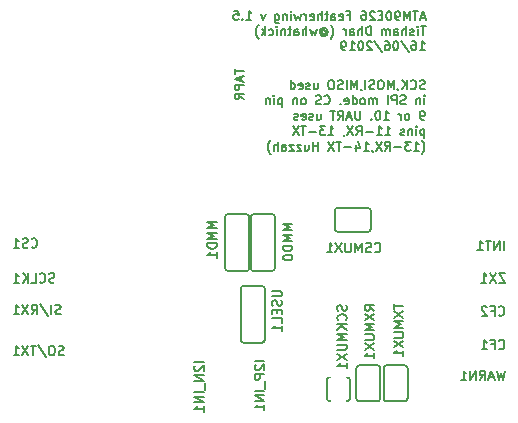
<source format=gbo>
G04 #@! TF.GenerationSoftware,KiCad,Pcbnew,(2018-02-15 revision 29b28de31)-makepkg*
G04 #@! TF.CreationDate,2019-09-05T06:32:13+03:00*
G04 #@! TF.ProjectId,ATM90E26_Featherwing,41544D39304532365F46656174686572,rev?*
G04 #@! TF.SameCoordinates,Original*
G04 #@! TF.FileFunction,Legend,Bot*
G04 #@! TF.FilePolarity,Positive*
%FSLAX46Y46*%
G04 Gerber Fmt 4.6, Leading zero omitted, Abs format (unit mm)*
G04 Created by KiCad (PCBNEW (2018-02-15 revision 29b28de31)-makepkg) date 09/05/19 06:32:13*
%MOMM*%
%LPD*%
G01*
G04 APERTURE LIST*
%ADD10C,0.160000*%
%ADD11C,0.152400*%
%ADD12C,0.203200*%
%ADD13C,0.200000*%
G04 APERTURE END LIST*
D10*
X162572762Y-88875266D02*
X162210857Y-88875266D01*
X162645143Y-89092409D02*
X162391809Y-88332409D01*
X162138476Y-89092409D01*
X161993714Y-88332409D02*
X161559428Y-88332409D01*
X161776571Y-89092409D02*
X161776571Y-88332409D01*
X161306095Y-89092409D02*
X161306095Y-88332409D01*
X161052762Y-88875266D01*
X160799428Y-88332409D01*
X160799428Y-89092409D01*
X160401333Y-89092409D02*
X160256571Y-89092409D01*
X160184190Y-89056219D01*
X160148000Y-89020028D01*
X160075619Y-88911457D01*
X160039428Y-88766695D01*
X160039428Y-88477171D01*
X160075619Y-88404790D01*
X160111809Y-88368600D01*
X160184190Y-88332409D01*
X160328952Y-88332409D01*
X160401333Y-88368600D01*
X160437524Y-88404790D01*
X160473714Y-88477171D01*
X160473714Y-88658123D01*
X160437524Y-88730504D01*
X160401333Y-88766695D01*
X160328952Y-88802885D01*
X160184190Y-88802885D01*
X160111809Y-88766695D01*
X160075619Y-88730504D01*
X160039428Y-88658123D01*
X159568952Y-88332409D02*
X159496571Y-88332409D01*
X159424190Y-88368600D01*
X159388000Y-88404790D01*
X159351809Y-88477171D01*
X159315619Y-88621933D01*
X159315619Y-88802885D01*
X159351809Y-88947647D01*
X159388000Y-89020028D01*
X159424190Y-89056219D01*
X159496571Y-89092409D01*
X159568952Y-89092409D01*
X159641333Y-89056219D01*
X159677524Y-89020028D01*
X159713714Y-88947647D01*
X159749904Y-88802885D01*
X159749904Y-88621933D01*
X159713714Y-88477171D01*
X159677524Y-88404790D01*
X159641333Y-88368600D01*
X159568952Y-88332409D01*
X158989904Y-88694314D02*
X158736571Y-88694314D01*
X158628000Y-89092409D02*
X158989904Y-89092409D01*
X158989904Y-88332409D01*
X158628000Y-88332409D01*
X158338476Y-88404790D02*
X158302285Y-88368600D01*
X158229904Y-88332409D01*
X158048952Y-88332409D01*
X157976571Y-88368600D01*
X157940381Y-88404790D01*
X157904190Y-88477171D01*
X157904190Y-88549552D01*
X157940381Y-88658123D01*
X158374666Y-89092409D01*
X157904190Y-89092409D01*
X157252762Y-88332409D02*
X157397524Y-88332409D01*
X157469904Y-88368600D01*
X157506095Y-88404790D01*
X157578476Y-88513361D01*
X157614666Y-88658123D01*
X157614666Y-88947647D01*
X157578476Y-89020028D01*
X157542285Y-89056219D01*
X157469904Y-89092409D01*
X157325143Y-89092409D01*
X157252762Y-89056219D01*
X157216571Y-89020028D01*
X157180381Y-88947647D01*
X157180381Y-88766695D01*
X157216571Y-88694314D01*
X157252762Y-88658123D01*
X157325143Y-88621933D01*
X157469904Y-88621933D01*
X157542285Y-88658123D01*
X157578476Y-88694314D01*
X157614666Y-88766695D01*
X156022285Y-88694314D02*
X156275619Y-88694314D01*
X156275619Y-89092409D02*
X156275619Y-88332409D01*
X155913714Y-88332409D01*
X155334666Y-89056219D02*
X155407047Y-89092409D01*
X155551809Y-89092409D01*
X155624190Y-89056219D01*
X155660381Y-88983838D01*
X155660381Y-88694314D01*
X155624190Y-88621933D01*
X155551809Y-88585742D01*
X155407047Y-88585742D01*
X155334666Y-88621933D01*
X155298476Y-88694314D01*
X155298476Y-88766695D01*
X155660381Y-88839076D01*
X154647047Y-89092409D02*
X154647047Y-88694314D01*
X154683238Y-88621933D01*
X154755619Y-88585742D01*
X154900381Y-88585742D01*
X154972762Y-88621933D01*
X154647047Y-89056219D02*
X154719428Y-89092409D01*
X154900381Y-89092409D01*
X154972762Y-89056219D01*
X155008952Y-88983838D01*
X155008952Y-88911457D01*
X154972762Y-88839076D01*
X154900381Y-88802885D01*
X154719428Y-88802885D01*
X154647047Y-88766695D01*
X154393714Y-88585742D02*
X154104190Y-88585742D01*
X154285143Y-88332409D02*
X154285143Y-88983838D01*
X154248952Y-89056219D01*
X154176571Y-89092409D01*
X154104190Y-89092409D01*
X153850857Y-89092409D02*
X153850857Y-88332409D01*
X153525143Y-89092409D02*
X153525143Y-88694314D01*
X153561333Y-88621933D01*
X153633714Y-88585742D01*
X153742285Y-88585742D01*
X153814666Y-88621933D01*
X153850857Y-88658123D01*
X152873714Y-89056219D02*
X152946095Y-89092409D01*
X153090857Y-89092409D01*
X153163238Y-89056219D01*
X153199428Y-88983838D01*
X153199428Y-88694314D01*
X153163238Y-88621933D01*
X153090857Y-88585742D01*
X152946095Y-88585742D01*
X152873714Y-88621933D01*
X152837524Y-88694314D01*
X152837524Y-88766695D01*
X153199428Y-88839076D01*
X152511809Y-89092409D02*
X152511809Y-88585742D01*
X152511809Y-88730504D02*
X152475619Y-88658123D01*
X152439428Y-88621933D01*
X152367047Y-88585742D01*
X152294666Y-88585742D01*
X152113714Y-88585742D02*
X151968952Y-89092409D01*
X151824190Y-88730504D01*
X151679428Y-89092409D01*
X151534666Y-88585742D01*
X151245143Y-89092409D02*
X151245143Y-88585742D01*
X151245143Y-88332409D02*
X151281333Y-88368600D01*
X151245143Y-88404790D01*
X151208952Y-88368600D01*
X151245143Y-88332409D01*
X151245143Y-88404790D01*
X150883238Y-88585742D02*
X150883238Y-89092409D01*
X150883238Y-88658123D02*
X150847047Y-88621933D01*
X150774666Y-88585742D01*
X150666095Y-88585742D01*
X150593714Y-88621933D01*
X150557524Y-88694314D01*
X150557524Y-89092409D01*
X149869904Y-88585742D02*
X149869904Y-89200980D01*
X149906095Y-89273361D01*
X149942285Y-89309552D01*
X150014666Y-89345742D01*
X150123238Y-89345742D01*
X150195619Y-89309552D01*
X149869904Y-89056219D02*
X149942285Y-89092409D01*
X150087047Y-89092409D01*
X150159428Y-89056219D01*
X150195619Y-89020028D01*
X150231809Y-88947647D01*
X150231809Y-88730504D01*
X150195619Y-88658123D01*
X150159428Y-88621933D01*
X150087047Y-88585742D01*
X149942285Y-88585742D01*
X149869904Y-88621933D01*
X162645143Y-89602409D02*
X162210857Y-89602409D01*
X162428000Y-90362409D02*
X162428000Y-89602409D01*
X161957524Y-90362409D02*
X161957524Y-89855742D01*
X161957524Y-89602409D02*
X161993714Y-89638600D01*
X161957524Y-89674790D01*
X161921333Y-89638600D01*
X161957524Y-89602409D01*
X161957524Y-89674790D01*
X161631809Y-90326219D02*
X161559428Y-90362409D01*
X161414666Y-90362409D01*
X161342285Y-90326219D01*
X161306095Y-90253838D01*
X161306095Y-90217647D01*
X161342285Y-90145266D01*
X161414666Y-90109076D01*
X161523238Y-90109076D01*
X161595619Y-90072885D01*
X161631809Y-90000504D01*
X161631809Y-89964314D01*
X161595619Y-89891933D01*
X161523238Y-89855742D01*
X161414666Y-89855742D01*
X161342285Y-89891933D01*
X160980381Y-90362409D02*
X160980381Y-89602409D01*
X160654666Y-90362409D02*
X160654666Y-89964314D01*
X160690857Y-89891933D01*
X160763238Y-89855742D01*
X160871809Y-89855742D01*
X160944190Y-89891933D01*
X160980381Y-89928123D01*
X159967047Y-90362409D02*
X159967047Y-89964314D01*
X160003238Y-89891933D01*
X160075619Y-89855742D01*
X160220381Y-89855742D01*
X160292762Y-89891933D01*
X159967047Y-90326219D02*
X160039428Y-90362409D01*
X160220381Y-90362409D01*
X160292762Y-90326219D01*
X160328952Y-90253838D01*
X160328952Y-90181457D01*
X160292762Y-90109076D01*
X160220381Y-90072885D01*
X160039428Y-90072885D01*
X159967047Y-90036695D01*
X159605143Y-90362409D02*
X159605143Y-89855742D01*
X159605143Y-89928123D02*
X159568952Y-89891933D01*
X159496571Y-89855742D01*
X159388000Y-89855742D01*
X159315619Y-89891933D01*
X159279428Y-89964314D01*
X159279428Y-90362409D01*
X159279428Y-89964314D02*
X159243238Y-89891933D01*
X159170857Y-89855742D01*
X159062285Y-89855742D01*
X158989904Y-89891933D01*
X158953714Y-89964314D01*
X158953714Y-90362409D01*
X158012762Y-90362409D02*
X158012762Y-89602409D01*
X157831809Y-89602409D01*
X157723238Y-89638600D01*
X157650857Y-89710980D01*
X157614666Y-89783361D01*
X157578476Y-89928123D01*
X157578476Y-90036695D01*
X157614666Y-90181457D01*
X157650857Y-90253838D01*
X157723238Y-90326219D01*
X157831809Y-90362409D01*
X158012762Y-90362409D01*
X157252762Y-90362409D02*
X157252762Y-89602409D01*
X156927047Y-90362409D02*
X156927047Y-89964314D01*
X156963238Y-89891933D01*
X157035619Y-89855742D01*
X157144190Y-89855742D01*
X157216571Y-89891933D01*
X157252762Y-89928123D01*
X156239428Y-90362409D02*
X156239428Y-89964314D01*
X156275619Y-89891933D01*
X156348000Y-89855742D01*
X156492762Y-89855742D01*
X156565143Y-89891933D01*
X156239428Y-90326219D02*
X156311809Y-90362409D01*
X156492762Y-90362409D01*
X156565143Y-90326219D01*
X156601333Y-90253838D01*
X156601333Y-90181457D01*
X156565143Y-90109076D01*
X156492762Y-90072885D01*
X156311809Y-90072885D01*
X156239428Y-90036695D01*
X155877524Y-90362409D02*
X155877524Y-89855742D01*
X155877524Y-90000504D02*
X155841333Y-89928123D01*
X155805143Y-89891933D01*
X155732762Y-89855742D01*
X155660381Y-89855742D01*
X154610857Y-90651933D02*
X154647047Y-90615742D01*
X154719428Y-90507171D01*
X154755619Y-90434790D01*
X154791809Y-90326219D01*
X154828000Y-90145266D01*
X154828000Y-90000504D01*
X154791809Y-89819552D01*
X154755619Y-89710980D01*
X154719428Y-89638600D01*
X154647047Y-89530028D01*
X154610857Y-89493838D01*
X153850857Y-90000504D02*
X153887047Y-89964314D01*
X153959428Y-89928123D01*
X154031809Y-89928123D01*
X154104190Y-89964314D01*
X154140381Y-90000504D01*
X154176571Y-90072885D01*
X154176571Y-90145266D01*
X154140381Y-90217647D01*
X154104190Y-90253838D01*
X154031809Y-90290028D01*
X153959428Y-90290028D01*
X153887047Y-90253838D01*
X153850857Y-90217647D01*
X153850857Y-89928123D02*
X153850857Y-90217647D01*
X153814666Y-90253838D01*
X153778476Y-90253838D01*
X153706095Y-90217647D01*
X153669904Y-90145266D01*
X153669904Y-89964314D01*
X153742285Y-89855742D01*
X153850857Y-89783361D01*
X153995619Y-89747171D01*
X154140381Y-89783361D01*
X154248952Y-89855742D01*
X154321333Y-89964314D01*
X154357524Y-90109076D01*
X154321333Y-90253838D01*
X154248952Y-90362409D01*
X154140381Y-90434790D01*
X153995619Y-90470980D01*
X153850857Y-90434790D01*
X153742285Y-90362409D01*
X153416571Y-89855742D02*
X153271809Y-90362409D01*
X153127047Y-90000504D01*
X152982285Y-90362409D01*
X152837524Y-89855742D01*
X152548000Y-90362409D02*
X152548000Y-89602409D01*
X152222285Y-90362409D02*
X152222285Y-89964314D01*
X152258476Y-89891933D01*
X152330857Y-89855742D01*
X152439428Y-89855742D01*
X152511809Y-89891933D01*
X152548000Y-89928123D01*
X151534666Y-90362409D02*
X151534666Y-89964314D01*
X151570857Y-89891933D01*
X151643238Y-89855742D01*
X151788000Y-89855742D01*
X151860381Y-89891933D01*
X151534666Y-90326219D02*
X151607047Y-90362409D01*
X151788000Y-90362409D01*
X151860381Y-90326219D01*
X151896571Y-90253838D01*
X151896571Y-90181457D01*
X151860381Y-90109076D01*
X151788000Y-90072885D01*
X151607047Y-90072885D01*
X151534666Y-90036695D01*
X151281333Y-89855742D02*
X150991809Y-89855742D01*
X151172762Y-89602409D02*
X151172762Y-90253838D01*
X151136571Y-90326219D01*
X151064190Y-90362409D01*
X150991809Y-90362409D01*
X150738476Y-89855742D02*
X150738476Y-90362409D01*
X150738476Y-89928123D02*
X150702285Y-89891933D01*
X150629904Y-89855742D01*
X150521333Y-89855742D01*
X150448952Y-89891933D01*
X150412762Y-89964314D01*
X150412762Y-90362409D01*
X150050857Y-90362409D02*
X150050857Y-89855742D01*
X150050857Y-89602409D02*
X150087047Y-89638600D01*
X150050857Y-89674790D01*
X150014666Y-89638600D01*
X150050857Y-89602409D01*
X150050857Y-89674790D01*
X149363238Y-90326219D02*
X149435619Y-90362409D01*
X149580381Y-90362409D01*
X149652762Y-90326219D01*
X149688952Y-90290028D01*
X149725143Y-90217647D01*
X149725143Y-90000504D01*
X149688952Y-89928123D01*
X149652762Y-89891933D01*
X149580381Y-89855742D01*
X149435619Y-89855742D01*
X149363238Y-89891933D01*
X149037524Y-90362409D02*
X149037524Y-89602409D01*
X148965143Y-90072885D02*
X148748000Y-90362409D01*
X148748000Y-89855742D02*
X149037524Y-90145266D01*
X148494666Y-90651933D02*
X148458476Y-90615742D01*
X148386095Y-90507171D01*
X148349904Y-90434790D01*
X148313714Y-90326219D01*
X148277524Y-90145266D01*
X148277524Y-90000504D01*
X148313714Y-89819552D01*
X148349904Y-89710980D01*
X148386095Y-89638600D01*
X148458476Y-89530028D01*
X148494666Y-89493838D01*
X149087428Y-88557142D02*
X148906476Y-89063809D01*
X148725523Y-88557142D01*
X147458857Y-89063809D02*
X147893142Y-89063809D01*
X147676000Y-89063809D02*
X147676000Y-88303809D01*
X147748380Y-88412380D01*
X147820761Y-88484761D01*
X147893142Y-88520952D01*
X147133142Y-88991428D02*
X147096952Y-89027619D01*
X147133142Y-89063809D01*
X147169333Y-89027619D01*
X147133142Y-88991428D01*
X147133142Y-89063809D01*
X146409333Y-88303809D02*
X146771238Y-88303809D01*
X146807428Y-88665714D01*
X146771238Y-88629523D01*
X146698857Y-88593333D01*
X146517904Y-88593333D01*
X146445523Y-88629523D01*
X146409333Y-88665714D01*
X146373142Y-88738095D01*
X146373142Y-88919047D01*
X146409333Y-88991428D01*
X146445523Y-89027619D01*
X146517904Y-89063809D01*
X146698857Y-89063809D01*
X146771238Y-89027619D01*
X146807428Y-88991428D01*
X162138476Y-91632409D02*
X162572762Y-91632409D01*
X162355619Y-91632409D02*
X162355619Y-90872409D01*
X162428000Y-90980980D01*
X162500381Y-91053361D01*
X162572762Y-91089552D01*
X161487047Y-90872409D02*
X161631809Y-90872409D01*
X161704190Y-90908600D01*
X161740381Y-90944790D01*
X161812762Y-91053361D01*
X161848952Y-91198123D01*
X161848952Y-91487647D01*
X161812762Y-91560028D01*
X161776571Y-91596219D01*
X161704190Y-91632409D01*
X161559428Y-91632409D01*
X161487047Y-91596219D01*
X161450857Y-91560028D01*
X161414666Y-91487647D01*
X161414666Y-91306695D01*
X161450857Y-91234314D01*
X161487047Y-91198123D01*
X161559428Y-91161933D01*
X161704190Y-91161933D01*
X161776571Y-91198123D01*
X161812762Y-91234314D01*
X161848952Y-91306695D01*
X160546095Y-90836219D02*
X161197524Y-91813361D01*
X160148000Y-90872409D02*
X160075619Y-90872409D01*
X160003238Y-90908600D01*
X159967047Y-90944790D01*
X159930857Y-91017171D01*
X159894666Y-91161933D01*
X159894666Y-91342885D01*
X159930857Y-91487647D01*
X159967047Y-91560028D01*
X160003238Y-91596219D01*
X160075619Y-91632409D01*
X160148000Y-91632409D01*
X160220381Y-91596219D01*
X160256571Y-91560028D01*
X160292762Y-91487647D01*
X160328952Y-91342885D01*
X160328952Y-91161933D01*
X160292762Y-91017171D01*
X160256571Y-90944790D01*
X160220381Y-90908600D01*
X160148000Y-90872409D01*
X159243238Y-90872409D02*
X159388000Y-90872409D01*
X159460381Y-90908600D01*
X159496571Y-90944790D01*
X159568952Y-91053361D01*
X159605143Y-91198123D01*
X159605143Y-91487647D01*
X159568952Y-91560028D01*
X159532762Y-91596219D01*
X159460381Y-91632409D01*
X159315619Y-91632409D01*
X159243238Y-91596219D01*
X159207047Y-91560028D01*
X159170857Y-91487647D01*
X159170857Y-91306695D01*
X159207047Y-91234314D01*
X159243238Y-91198123D01*
X159315619Y-91161933D01*
X159460381Y-91161933D01*
X159532762Y-91198123D01*
X159568952Y-91234314D01*
X159605143Y-91306695D01*
X158302285Y-90836219D02*
X158953714Y-91813361D01*
X158085143Y-90944790D02*
X158048952Y-90908600D01*
X157976571Y-90872409D01*
X157795619Y-90872409D01*
X157723238Y-90908600D01*
X157687047Y-90944790D01*
X157650857Y-91017171D01*
X157650857Y-91089552D01*
X157687047Y-91198123D01*
X158121333Y-91632409D01*
X157650857Y-91632409D01*
X157180381Y-90872409D02*
X157108000Y-90872409D01*
X157035619Y-90908600D01*
X156999428Y-90944790D01*
X156963238Y-91017171D01*
X156927047Y-91161933D01*
X156927047Y-91342885D01*
X156963238Y-91487647D01*
X156999428Y-91560028D01*
X157035619Y-91596219D01*
X157108000Y-91632409D01*
X157180381Y-91632409D01*
X157252762Y-91596219D01*
X157288952Y-91560028D01*
X157325143Y-91487647D01*
X157361333Y-91342885D01*
X157361333Y-91161933D01*
X157325143Y-91017171D01*
X157288952Y-90944790D01*
X157252762Y-90908600D01*
X157180381Y-90872409D01*
X156203238Y-91632409D02*
X156637524Y-91632409D01*
X156420381Y-91632409D02*
X156420381Y-90872409D01*
X156492762Y-90980980D01*
X156565143Y-91053361D01*
X156637524Y-91089552D01*
X155841333Y-91632409D02*
X155696571Y-91632409D01*
X155624190Y-91596219D01*
X155588000Y-91560028D01*
X155515619Y-91451457D01*
X155479428Y-91306695D01*
X155479428Y-91017171D01*
X155515619Y-90944790D01*
X155551809Y-90908600D01*
X155624190Y-90872409D01*
X155768952Y-90872409D01*
X155841333Y-90908600D01*
X155877524Y-90944790D01*
X155913714Y-91017171D01*
X155913714Y-91198123D01*
X155877524Y-91270504D01*
X155841333Y-91306695D01*
X155768952Y-91342885D01*
X155624190Y-91342885D01*
X155551809Y-91306695D01*
X155515619Y-91270504D01*
X155479428Y-91198123D01*
X162572762Y-94896219D02*
X162464190Y-94932409D01*
X162283238Y-94932409D01*
X162210857Y-94896219D01*
X162174666Y-94860028D01*
X162138476Y-94787647D01*
X162138476Y-94715266D01*
X162174666Y-94642885D01*
X162210857Y-94606695D01*
X162283238Y-94570504D01*
X162428000Y-94534314D01*
X162500381Y-94498123D01*
X162536571Y-94461933D01*
X162572762Y-94389552D01*
X162572762Y-94317171D01*
X162536571Y-94244790D01*
X162500381Y-94208600D01*
X162428000Y-94172409D01*
X162247047Y-94172409D01*
X162138476Y-94208600D01*
X161378476Y-94860028D02*
X161414666Y-94896219D01*
X161523238Y-94932409D01*
X161595619Y-94932409D01*
X161704190Y-94896219D01*
X161776571Y-94823838D01*
X161812762Y-94751457D01*
X161848952Y-94606695D01*
X161848952Y-94498123D01*
X161812762Y-94353361D01*
X161776571Y-94280980D01*
X161704190Y-94208600D01*
X161595619Y-94172409D01*
X161523238Y-94172409D01*
X161414666Y-94208600D01*
X161378476Y-94244790D01*
X161052762Y-94932409D02*
X161052762Y-94172409D01*
X160618476Y-94932409D02*
X160944190Y-94498123D01*
X160618476Y-94172409D02*
X161052762Y-94606695D01*
X160256571Y-94896219D02*
X160256571Y-94932409D01*
X160292762Y-95004790D01*
X160328952Y-95040980D01*
X159930857Y-94932409D02*
X159930857Y-94172409D01*
X159677524Y-94715266D01*
X159424190Y-94172409D01*
X159424190Y-94932409D01*
X158917524Y-94172409D02*
X158772762Y-94172409D01*
X158700381Y-94208600D01*
X158628000Y-94280980D01*
X158591809Y-94425742D01*
X158591809Y-94679076D01*
X158628000Y-94823838D01*
X158700381Y-94896219D01*
X158772762Y-94932409D01*
X158917524Y-94932409D01*
X158989904Y-94896219D01*
X159062285Y-94823838D01*
X159098476Y-94679076D01*
X159098476Y-94425742D01*
X159062285Y-94280980D01*
X158989904Y-94208600D01*
X158917524Y-94172409D01*
X158302285Y-94896219D02*
X158193714Y-94932409D01*
X158012762Y-94932409D01*
X157940381Y-94896219D01*
X157904190Y-94860028D01*
X157868000Y-94787647D01*
X157868000Y-94715266D01*
X157904190Y-94642885D01*
X157940381Y-94606695D01*
X158012762Y-94570504D01*
X158157524Y-94534314D01*
X158229904Y-94498123D01*
X158266095Y-94461933D01*
X158302285Y-94389552D01*
X158302285Y-94317171D01*
X158266095Y-94244790D01*
X158229904Y-94208600D01*
X158157524Y-94172409D01*
X157976571Y-94172409D01*
X157868000Y-94208600D01*
X157542285Y-94932409D02*
X157542285Y-94172409D01*
X157144190Y-94896219D02*
X157144190Y-94932409D01*
X157180381Y-95004790D01*
X157216571Y-95040980D01*
X156818476Y-94932409D02*
X156818476Y-94172409D01*
X156565143Y-94715266D01*
X156311809Y-94172409D01*
X156311809Y-94932409D01*
X155949904Y-94932409D02*
X155949904Y-94172409D01*
X155624190Y-94896219D02*
X155515619Y-94932409D01*
X155334666Y-94932409D01*
X155262285Y-94896219D01*
X155226095Y-94860028D01*
X155189904Y-94787647D01*
X155189904Y-94715266D01*
X155226095Y-94642885D01*
X155262285Y-94606695D01*
X155334666Y-94570504D01*
X155479428Y-94534314D01*
X155551809Y-94498123D01*
X155588000Y-94461933D01*
X155624190Y-94389552D01*
X155624190Y-94317171D01*
X155588000Y-94244790D01*
X155551809Y-94208600D01*
X155479428Y-94172409D01*
X155298476Y-94172409D01*
X155189904Y-94208600D01*
X154719428Y-94172409D02*
X154574666Y-94172409D01*
X154502285Y-94208600D01*
X154429904Y-94280980D01*
X154393714Y-94425742D01*
X154393714Y-94679076D01*
X154429904Y-94823838D01*
X154502285Y-94896219D01*
X154574666Y-94932409D01*
X154719428Y-94932409D01*
X154791809Y-94896219D01*
X154864190Y-94823838D01*
X154900381Y-94679076D01*
X154900381Y-94425742D01*
X154864190Y-94280980D01*
X154791809Y-94208600D01*
X154719428Y-94172409D01*
X153163238Y-94425742D02*
X153163238Y-94932409D01*
X153488952Y-94425742D02*
X153488952Y-94823838D01*
X153452762Y-94896219D01*
X153380381Y-94932409D01*
X153271809Y-94932409D01*
X153199428Y-94896219D01*
X153163238Y-94860028D01*
X152837524Y-94896219D02*
X152765143Y-94932409D01*
X152620381Y-94932409D01*
X152548000Y-94896219D01*
X152511809Y-94823838D01*
X152511809Y-94787647D01*
X152548000Y-94715266D01*
X152620381Y-94679076D01*
X152728952Y-94679076D01*
X152801333Y-94642885D01*
X152837524Y-94570504D01*
X152837524Y-94534314D01*
X152801333Y-94461933D01*
X152728952Y-94425742D01*
X152620381Y-94425742D01*
X152548000Y-94461933D01*
X151896571Y-94896219D02*
X151968952Y-94932409D01*
X152113714Y-94932409D01*
X152186095Y-94896219D01*
X152222285Y-94823838D01*
X152222285Y-94534314D01*
X152186095Y-94461933D01*
X152113714Y-94425742D01*
X151968952Y-94425742D01*
X151896571Y-94461933D01*
X151860381Y-94534314D01*
X151860381Y-94606695D01*
X152222285Y-94679076D01*
X151208952Y-94932409D02*
X151208952Y-94172409D01*
X151208952Y-94896219D02*
X151281333Y-94932409D01*
X151426095Y-94932409D01*
X151498476Y-94896219D01*
X151534666Y-94860028D01*
X151570857Y-94787647D01*
X151570857Y-94570504D01*
X151534666Y-94498123D01*
X151498476Y-94461933D01*
X151426095Y-94425742D01*
X151281333Y-94425742D01*
X151208952Y-94461933D01*
X162536571Y-96232409D02*
X162536571Y-95725742D01*
X162536571Y-95472409D02*
X162572762Y-95508600D01*
X162536571Y-95544790D01*
X162500381Y-95508600D01*
X162536571Y-95472409D01*
X162536571Y-95544790D01*
X162174666Y-95725742D02*
X162174666Y-96232409D01*
X162174666Y-95798123D02*
X162138476Y-95761933D01*
X162066095Y-95725742D01*
X161957524Y-95725742D01*
X161885143Y-95761933D01*
X161848952Y-95834314D01*
X161848952Y-96232409D01*
X160944190Y-96196219D02*
X160835619Y-96232409D01*
X160654666Y-96232409D01*
X160582285Y-96196219D01*
X160546095Y-96160028D01*
X160509904Y-96087647D01*
X160509904Y-96015266D01*
X160546095Y-95942885D01*
X160582285Y-95906695D01*
X160654666Y-95870504D01*
X160799428Y-95834314D01*
X160871809Y-95798123D01*
X160908000Y-95761933D01*
X160944190Y-95689552D01*
X160944190Y-95617171D01*
X160908000Y-95544790D01*
X160871809Y-95508600D01*
X160799428Y-95472409D01*
X160618476Y-95472409D01*
X160509904Y-95508600D01*
X160184190Y-96232409D02*
X160184190Y-95472409D01*
X159894666Y-95472409D01*
X159822285Y-95508600D01*
X159786095Y-95544790D01*
X159749904Y-95617171D01*
X159749904Y-95725742D01*
X159786095Y-95798123D01*
X159822285Y-95834314D01*
X159894666Y-95870504D01*
X160184190Y-95870504D01*
X159424190Y-96232409D02*
X159424190Y-95472409D01*
X158483238Y-96232409D02*
X158483238Y-95725742D01*
X158483238Y-95798123D02*
X158447047Y-95761933D01*
X158374666Y-95725742D01*
X158266095Y-95725742D01*
X158193714Y-95761933D01*
X158157524Y-95834314D01*
X158157524Y-96232409D01*
X158157524Y-95834314D02*
X158121333Y-95761933D01*
X158048952Y-95725742D01*
X157940381Y-95725742D01*
X157868000Y-95761933D01*
X157831809Y-95834314D01*
X157831809Y-96232409D01*
X157361333Y-96232409D02*
X157433714Y-96196219D01*
X157469904Y-96160028D01*
X157506095Y-96087647D01*
X157506095Y-95870504D01*
X157469904Y-95798123D01*
X157433714Y-95761933D01*
X157361333Y-95725742D01*
X157252762Y-95725742D01*
X157180381Y-95761933D01*
X157144190Y-95798123D01*
X157108000Y-95870504D01*
X157108000Y-96087647D01*
X157144190Y-96160028D01*
X157180381Y-96196219D01*
X157252762Y-96232409D01*
X157361333Y-96232409D01*
X156456571Y-96232409D02*
X156456571Y-95472409D01*
X156456571Y-96196219D02*
X156528952Y-96232409D01*
X156673714Y-96232409D01*
X156746095Y-96196219D01*
X156782285Y-96160028D01*
X156818476Y-96087647D01*
X156818476Y-95870504D01*
X156782285Y-95798123D01*
X156746095Y-95761933D01*
X156673714Y-95725742D01*
X156528952Y-95725742D01*
X156456571Y-95761933D01*
X155805143Y-96196219D02*
X155877524Y-96232409D01*
X156022285Y-96232409D01*
X156094666Y-96196219D01*
X156130857Y-96123838D01*
X156130857Y-95834314D01*
X156094666Y-95761933D01*
X156022285Y-95725742D01*
X155877524Y-95725742D01*
X155805143Y-95761933D01*
X155768952Y-95834314D01*
X155768952Y-95906695D01*
X156130857Y-95979076D01*
X155443238Y-96160028D02*
X155407047Y-96196219D01*
X155443238Y-96232409D01*
X155479428Y-96196219D01*
X155443238Y-96160028D01*
X155443238Y-96232409D01*
X154068000Y-96160028D02*
X154104190Y-96196219D01*
X154212762Y-96232409D01*
X154285143Y-96232409D01*
X154393714Y-96196219D01*
X154466095Y-96123838D01*
X154502285Y-96051457D01*
X154538476Y-95906695D01*
X154538476Y-95798123D01*
X154502285Y-95653361D01*
X154466095Y-95580980D01*
X154393714Y-95508600D01*
X154285143Y-95472409D01*
X154212762Y-95472409D01*
X154104190Y-95508600D01*
X154068000Y-95544790D01*
X153778476Y-96196219D02*
X153669904Y-96232409D01*
X153488952Y-96232409D01*
X153416571Y-96196219D01*
X153380381Y-96160028D01*
X153344190Y-96087647D01*
X153344190Y-96015266D01*
X153380381Y-95942885D01*
X153416571Y-95906695D01*
X153488952Y-95870504D01*
X153633714Y-95834314D01*
X153706095Y-95798123D01*
X153742285Y-95761933D01*
X153778476Y-95689552D01*
X153778476Y-95617171D01*
X153742285Y-95544790D01*
X153706095Y-95508600D01*
X153633714Y-95472409D01*
X153452762Y-95472409D01*
X153344190Y-95508600D01*
X152330857Y-96232409D02*
X152403238Y-96196219D01*
X152439428Y-96160028D01*
X152475619Y-96087647D01*
X152475619Y-95870504D01*
X152439428Y-95798123D01*
X152403238Y-95761933D01*
X152330857Y-95725742D01*
X152222285Y-95725742D01*
X152149904Y-95761933D01*
X152113714Y-95798123D01*
X152077524Y-95870504D01*
X152077524Y-96087647D01*
X152113714Y-96160028D01*
X152149904Y-96196219D01*
X152222285Y-96232409D01*
X152330857Y-96232409D01*
X151751809Y-95725742D02*
X151751809Y-96232409D01*
X151751809Y-95798123D02*
X151715619Y-95761933D01*
X151643238Y-95725742D01*
X151534666Y-95725742D01*
X151462285Y-95761933D01*
X151426095Y-95834314D01*
X151426095Y-96232409D01*
X150485143Y-95725742D02*
X150485143Y-96485742D01*
X150485143Y-95761933D02*
X150412762Y-95725742D01*
X150268000Y-95725742D01*
X150195619Y-95761933D01*
X150159428Y-95798123D01*
X150123238Y-95870504D01*
X150123238Y-96087647D01*
X150159428Y-96160028D01*
X150195619Y-96196219D01*
X150268000Y-96232409D01*
X150412762Y-96232409D01*
X150485143Y-96196219D01*
X149797524Y-96232409D02*
X149797524Y-95725742D01*
X149797524Y-95472409D02*
X149833714Y-95508600D01*
X149797524Y-95544790D01*
X149761333Y-95508600D01*
X149797524Y-95472409D01*
X149797524Y-95544790D01*
X149435619Y-95725742D02*
X149435619Y-96232409D01*
X149435619Y-95798123D02*
X149399428Y-95761933D01*
X149327047Y-95725742D01*
X149218476Y-95725742D01*
X149146095Y-95761933D01*
X149109904Y-95834314D01*
X149109904Y-96232409D01*
X162500381Y-97532409D02*
X162355619Y-97532409D01*
X162283238Y-97496219D01*
X162247047Y-97460028D01*
X162174666Y-97351457D01*
X162138476Y-97206695D01*
X162138476Y-96917171D01*
X162174666Y-96844790D01*
X162210857Y-96808600D01*
X162283238Y-96772409D01*
X162428000Y-96772409D01*
X162500381Y-96808600D01*
X162536571Y-96844790D01*
X162572762Y-96917171D01*
X162572762Y-97098123D01*
X162536571Y-97170504D01*
X162500381Y-97206695D01*
X162428000Y-97242885D01*
X162283238Y-97242885D01*
X162210857Y-97206695D01*
X162174666Y-97170504D01*
X162138476Y-97098123D01*
X161125143Y-97532409D02*
X161197524Y-97496219D01*
X161233714Y-97460028D01*
X161269904Y-97387647D01*
X161269904Y-97170504D01*
X161233714Y-97098123D01*
X161197524Y-97061933D01*
X161125143Y-97025742D01*
X161016571Y-97025742D01*
X160944190Y-97061933D01*
X160908000Y-97098123D01*
X160871809Y-97170504D01*
X160871809Y-97387647D01*
X160908000Y-97460028D01*
X160944190Y-97496219D01*
X161016571Y-97532409D01*
X161125143Y-97532409D01*
X160546095Y-97532409D02*
X160546095Y-97025742D01*
X160546095Y-97170504D02*
X160509904Y-97098123D01*
X160473714Y-97061933D01*
X160401333Y-97025742D01*
X160328952Y-97025742D01*
X159098476Y-97532409D02*
X159532762Y-97532409D01*
X159315619Y-97532409D02*
X159315619Y-96772409D01*
X159388000Y-96880980D01*
X159460381Y-96953361D01*
X159532762Y-96989552D01*
X158628000Y-96772409D02*
X158555619Y-96772409D01*
X158483238Y-96808600D01*
X158447047Y-96844790D01*
X158410857Y-96917171D01*
X158374666Y-97061933D01*
X158374666Y-97242885D01*
X158410857Y-97387647D01*
X158447047Y-97460028D01*
X158483238Y-97496219D01*
X158555619Y-97532409D01*
X158628000Y-97532409D01*
X158700381Y-97496219D01*
X158736571Y-97460028D01*
X158772762Y-97387647D01*
X158808952Y-97242885D01*
X158808952Y-97061933D01*
X158772762Y-96917171D01*
X158736571Y-96844790D01*
X158700381Y-96808600D01*
X158628000Y-96772409D01*
X158048952Y-97460028D02*
X158012762Y-97496219D01*
X158048952Y-97532409D01*
X158085143Y-97496219D01*
X158048952Y-97460028D01*
X158048952Y-97532409D01*
X157108000Y-96772409D02*
X157108000Y-97387647D01*
X157071809Y-97460028D01*
X157035619Y-97496219D01*
X156963238Y-97532409D01*
X156818476Y-97532409D01*
X156746095Y-97496219D01*
X156709904Y-97460028D01*
X156673714Y-97387647D01*
X156673714Y-96772409D01*
X156348000Y-97315266D02*
X155986095Y-97315266D01*
X156420381Y-97532409D02*
X156167047Y-96772409D01*
X155913714Y-97532409D01*
X155226095Y-97532409D02*
X155479428Y-97170504D01*
X155660381Y-97532409D02*
X155660381Y-96772409D01*
X155370857Y-96772409D01*
X155298476Y-96808600D01*
X155262285Y-96844790D01*
X155226095Y-96917171D01*
X155226095Y-97025742D01*
X155262285Y-97098123D01*
X155298476Y-97134314D01*
X155370857Y-97170504D01*
X155660381Y-97170504D01*
X155008952Y-96772409D02*
X154574666Y-96772409D01*
X154791809Y-97532409D02*
X154791809Y-96772409D01*
X153416571Y-97025742D02*
X153416571Y-97532409D01*
X153742285Y-97025742D02*
X153742285Y-97423838D01*
X153706095Y-97496219D01*
X153633714Y-97532409D01*
X153525143Y-97532409D01*
X153452762Y-97496219D01*
X153416571Y-97460028D01*
X153090857Y-97496219D02*
X153018476Y-97532409D01*
X152873714Y-97532409D01*
X152801333Y-97496219D01*
X152765143Y-97423838D01*
X152765143Y-97387647D01*
X152801333Y-97315266D01*
X152873714Y-97279076D01*
X152982285Y-97279076D01*
X153054666Y-97242885D01*
X153090857Y-97170504D01*
X153090857Y-97134314D01*
X153054666Y-97061933D01*
X152982285Y-97025742D01*
X152873714Y-97025742D01*
X152801333Y-97061933D01*
X152149904Y-97496219D02*
X152222285Y-97532409D01*
X152367047Y-97532409D01*
X152439428Y-97496219D01*
X152475619Y-97423838D01*
X152475619Y-97134314D01*
X152439428Y-97061933D01*
X152367047Y-97025742D01*
X152222285Y-97025742D01*
X152149904Y-97061933D01*
X152113714Y-97134314D01*
X152113714Y-97206695D01*
X152475619Y-97279076D01*
X151824190Y-97496219D02*
X151751809Y-97532409D01*
X151607047Y-97532409D01*
X151534666Y-97496219D01*
X151498476Y-97423838D01*
X151498476Y-97387647D01*
X151534666Y-97315266D01*
X151607047Y-97279076D01*
X151715619Y-97279076D01*
X151788000Y-97242885D01*
X151824190Y-97170504D01*
X151824190Y-97134314D01*
X151788000Y-97061933D01*
X151715619Y-97025742D01*
X151607047Y-97025742D01*
X151534666Y-97061933D01*
X162536571Y-98325742D02*
X162536571Y-99085742D01*
X162536571Y-98361933D02*
X162464190Y-98325742D01*
X162319428Y-98325742D01*
X162247047Y-98361933D01*
X162210857Y-98398123D01*
X162174666Y-98470504D01*
X162174666Y-98687647D01*
X162210857Y-98760028D01*
X162247047Y-98796219D01*
X162319428Y-98832409D01*
X162464190Y-98832409D01*
X162536571Y-98796219D01*
X161848952Y-98832409D02*
X161848952Y-98325742D01*
X161848952Y-98072409D02*
X161885143Y-98108600D01*
X161848952Y-98144790D01*
X161812762Y-98108600D01*
X161848952Y-98072409D01*
X161848952Y-98144790D01*
X161487047Y-98325742D02*
X161487047Y-98832409D01*
X161487047Y-98398123D02*
X161450857Y-98361933D01*
X161378476Y-98325742D01*
X161269904Y-98325742D01*
X161197524Y-98361933D01*
X161161333Y-98434314D01*
X161161333Y-98832409D01*
X160835619Y-98796219D02*
X160763238Y-98832409D01*
X160618476Y-98832409D01*
X160546095Y-98796219D01*
X160509904Y-98723838D01*
X160509904Y-98687647D01*
X160546095Y-98615266D01*
X160618476Y-98579076D01*
X160727047Y-98579076D01*
X160799428Y-98542885D01*
X160835619Y-98470504D01*
X160835619Y-98434314D01*
X160799428Y-98361933D01*
X160727047Y-98325742D01*
X160618476Y-98325742D01*
X160546095Y-98361933D01*
X159207047Y-98832409D02*
X159641333Y-98832409D01*
X159424190Y-98832409D02*
X159424190Y-98072409D01*
X159496571Y-98180980D01*
X159568952Y-98253361D01*
X159641333Y-98289552D01*
X158483238Y-98832409D02*
X158917524Y-98832409D01*
X158700381Y-98832409D02*
X158700381Y-98072409D01*
X158772762Y-98180980D01*
X158845143Y-98253361D01*
X158917524Y-98289552D01*
X158157524Y-98542885D02*
X157578476Y-98542885D01*
X156782285Y-98832409D02*
X157035619Y-98470504D01*
X157216571Y-98832409D02*
X157216571Y-98072409D01*
X156927047Y-98072409D01*
X156854666Y-98108600D01*
X156818476Y-98144790D01*
X156782285Y-98217171D01*
X156782285Y-98325742D01*
X156818476Y-98398123D01*
X156854666Y-98434314D01*
X156927047Y-98470504D01*
X157216571Y-98470504D01*
X156528952Y-98072409D02*
X156022285Y-98832409D01*
X156022285Y-98072409D02*
X156528952Y-98832409D01*
X155696571Y-98796219D02*
X155696571Y-98832409D01*
X155732762Y-98904790D01*
X155768952Y-98940980D01*
X154393714Y-98832409D02*
X154828000Y-98832409D01*
X154610857Y-98832409D02*
X154610857Y-98072409D01*
X154683238Y-98180980D01*
X154755619Y-98253361D01*
X154828000Y-98289552D01*
X154140381Y-98072409D02*
X153669904Y-98072409D01*
X153923238Y-98361933D01*
X153814666Y-98361933D01*
X153742285Y-98398123D01*
X153706095Y-98434314D01*
X153669904Y-98506695D01*
X153669904Y-98687647D01*
X153706095Y-98760028D01*
X153742285Y-98796219D01*
X153814666Y-98832409D01*
X154031809Y-98832409D01*
X154104190Y-98796219D01*
X154140381Y-98760028D01*
X153344190Y-98542885D02*
X152765143Y-98542885D01*
X152511809Y-98072409D02*
X152077524Y-98072409D01*
X152294666Y-98832409D02*
X152294666Y-98072409D01*
X151896571Y-98072409D02*
X151389904Y-98832409D01*
X151389904Y-98072409D02*
X151896571Y-98832409D01*
X162319428Y-100421933D02*
X162355619Y-100385742D01*
X162428000Y-100277171D01*
X162464190Y-100204790D01*
X162500381Y-100096219D01*
X162536571Y-99915266D01*
X162536571Y-99770504D01*
X162500381Y-99589552D01*
X162464190Y-99480980D01*
X162428000Y-99408600D01*
X162355619Y-99300028D01*
X162319428Y-99263838D01*
X161631809Y-100132409D02*
X162066095Y-100132409D01*
X161848952Y-100132409D02*
X161848952Y-99372409D01*
X161921333Y-99480980D01*
X161993714Y-99553361D01*
X162066095Y-99589552D01*
X161378476Y-99372409D02*
X160908000Y-99372409D01*
X161161333Y-99661933D01*
X161052762Y-99661933D01*
X160980381Y-99698123D01*
X160944190Y-99734314D01*
X160908000Y-99806695D01*
X160908000Y-99987647D01*
X160944190Y-100060028D01*
X160980381Y-100096219D01*
X161052762Y-100132409D01*
X161269904Y-100132409D01*
X161342285Y-100096219D01*
X161378476Y-100060028D01*
X160582285Y-99842885D02*
X160003238Y-99842885D01*
X159207047Y-100132409D02*
X159460381Y-99770504D01*
X159641333Y-100132409D02*
X159641333Y-99372409D01*
X159351809Y-99372409D01*
X159279428Y-99408600D01*
X159243238Y-99444790D01*
X159207047Y-99517171D01*
X159207047Y-99625742D01*
X159243238Y-99698123D01*
X159279428Y-99734314D01*
X159351809Y-99770504D01*
X159641333Y-99770504D01*
X158953714Y-99372409D02*
X158447047Y-100132409D01*
X158447047Y-99372409D02*
X158953714Y-100132409D01*
X158121333Y-100096219D02*
X158121333Y-100132409D01*
X158157524Y-100204790D01*
X158193714Y-100240980D01*
X157397524Y-100132409D02*
X157831809Y-100132409D01*
X157614666Y-100132409D02*
X157614666Y-99372409D01*
X157687047Y-99480980D01*
X157759428Y-99553361D01*
X157831809Y-99589552D01*
X156746095Y-99625742D02*
X156746095Y-100132409D01*
X156927047Y-99336219D02*
X157108000Y-99879076D01*
X156637524Y-99879076D01*
X156348000Y-99842885D02*
X155768952Y-99842885D01*
X155515619Y-99372409D02*
X155081333Y-99372409D01*
X155298476Y-100132409D02*
X155298476Y-99372409D01*
X154900381Y-99372409D02*
X154393714Y-100132409D01*
X154393714Y-99372409D02*
X154900381Y-100132409D01*
X153525143Y-100132409D02*
X153525143Y-99372409D01*
X153525143Y-99734314D02*
X153090857Y-99734314D01*
X153090857Y-100132409D02*
X153090857Y-99372409D01*
X152403238Y-99625742D02*
X152403238Y-100132409D01*
X152728952Y-99625742D02*
X152728952Y-100023838D01*
X152692762Y-100096219D01*
X152620381Y-100132409D01*
X152511809Y-100132409D01*
X152439428Y-100096219D01*
X152403238Y-100060028D01*
X152113714Y-99625742D02*
X151715619Y-99625742D01*
X152113714Y-100132409D01*
X151715619Y-100132409D01*
X151498476Y-99625742D02*
X151100381Y-99625742D01*
X151498476Y-100132409D01*
X151100381Y-100132409D01*
X150485143Y-100132409D02*
X150485143Y-99734314D01*
X150521333Y-99661933D01*
X150593714Y-99625742D01*
X150738476Y-99625742D01*
X150810857Y-99661933D01*
X150485143Y-100096219D02*
X150557524Y-100132409D01*
X150738476Y-100132409D01*
X150810857Y-100096219D01*
X150847047Y-100023838D01*
X150847047Y-99951457D01*
X150810857Y-99879076D01*
X150738476Y-99842885D01*
X150557524Y-99842885D01*
X150485143Y-99806695D01*
X150123238Y-100132409D02*
X150123238Y-99372409D01*
X149797524Y-100132409D02*
X149797524Y-99734314D01*
X149833714Y-99661933D01*
X149906095Y-99625742D01*
X150014666Y-99625742D01*
X150087047Y-99661933D01*
X150123238Y-99698123D01*
X149508000Y-100421933D02*
X149471809Y-100385742D01*
X149399428Y-100277171D01*
X149363238Y-100204790D01*
X149327047Y-100096219D01*
X149290857Y-99915266D01*
X149290857Y-99770504D01*
X149327047Y-99589552D01*
X149363238Y-99480980D01*
X149399428Y-99408600D01*
X149471809Y-99300028D01*
X149508000Y-99263838D01*
X146463809Y-93217904D02*
X146463809Y-93652190D01*
X147223809Y-93435047D02*
X146463809Y-93435047D01*
X147006666Y-93869333D02*
X147006666Y-94231238D01*
X147223809Y-93796952D02*
X146463809Y-94050285D01*
X147223809Y-94303619D01*
X147223809Y-94556952D02*
X146463809Y-94556952D01*
X146463809Y-94846476D01*
X146500000Y-94918857D01*
X146536190Y-94955047D01*
X146608571Y-94991238D01*
X146717142Y-94991238D01*
X146789523Y-94955047D01*
X146825714Y-94918857D01*
X146861904Y-94846476D01*
X146861904Y-94556952D01*
X147223809Y-95751238D02*
X146861904Y-95497904D01*
X147223809Y-95316952D02*
X146463809Y-95316952D01*
X146463809Y-95606476D01*
X146500000Y-95678857D01*
X146536190Y-95715047D01*
X146608571Y-95751238D01*
X146717142Y-95751238D01*
X146789523Y-95715047D01*
X146825714Y-95678857D01*
X146861904Y-95606476D01*
X146861904Y-95316952D01*
D11*
X146984000Y-111841000D02*
X146984000Y-116159000D01*
X148762000Y-111587000D02*
G75*
G02X149016000Y-111841000I0J-254000D01*
G01*
X149016000Y-116159000D02*
G75*
G02X148762000Y-116413000I-254000J0D01*
G01*
X146984000Y-116159000D02*
G75*
G03X147238000Y-116413000I254000J0D01*
G01*
X147238000Y-111587000D02*
G75*
G03X146984000Y-111841000I0J-254000D01*
G01*
X147238000Y-111587000D02*
X148762000Y-111587000D01*
X147238000Y-116413000D02*
X148762000Y-116413000D01*
X149016000Y-116159000D02*
X149016000Y-111841000D01*
X147836000Y-105766000D02*
X147836000Y-110084000D01*
X149614000Y-105512000D02*
X148090000Y-105512000D01*
X149614000Y-110338000D02*
X148090000Y-110338000D01*
X149614000Y-110338000D02*
G75*
G03X149868000Y-110084000I0J254000D01*
G01*
X149868000Y-105766000D02*
G75*
G03X149614000Y-105512000I-254000J0D01*
G01*
X147836000Y-105766000D02*
G75*
G02X148090000Y-105512000I254000J0D01*
G01*
X148090000Y-110338000D02*
G75*
G02X147836000Y-110084000I0J254000D01*
G01*
X149868000Y-110084000D02*
X149868000Y-105766000D01*
X145677000Y-105766000D02*
X145677000Y-110084000D01*
X147455000Y-105512000D02*
G75*
G02X147709000Y-105766000I0J-254000D01*
G01*
X147709000Y-110084000D02*
G75*
G02X147455000Y-110338000I-254000J0D01*
G01*
X145677000Y-110084000D02*
G75*
G03X145931000Y-110338000I254000J0D01*
G01*
X145931000Y-105512000D02*
G75*
G03X145677000Y-105766000I0J-254000D01*
G01*
X145931000Y-105512000D02*
X147455000Y-105512000D01*
X145931000Y-110338000D02*
X147455000Y-110338000D01*
X147709000Y-110084000D02*
X147709000Y-105766000D01*
X155202000Y-107016000D02*
X157742000Y-107016000D01*
X154948000Y-105238000D02*
G75*
G02X155202000Y-104984000I254000J0D01*
G01*
X157742000Y-104984000D02*
G75*
G02X157996000Y-105238000I0J-254000D01*
G01*
X157742000Y-107016000D02*
G75*
G03X157996000Y-106762000I0J254000D01*
G01*
X154948000Y-106762000D02*
G75*
G03X155202000Y-107016000I254000J0D01*
G01*
X154948000Y-106762000D02*
X154948000Y-105238000D01*
X157996000Y-106762000D02*
X157996000Y-105238000D01*
X157742000Y-104984000D02*
X155202000Y-104984000D01*
X159075000Y-118580000D02*
X159075000Y-121120000D01*
X160853000Y-118326000D02*
G75*
G02X161107000Y-118580000I0J-254000D01*
G01*
X161107000Y-121120000D02*
G75*
G02X160853000Y-121374000I-254000J0D01*
G01*
X159075000Y-121120000D02*
G75*
G03X159329000Y-121374000I254000J0D01*
G01*
X159329000Y-118326000D02*
G75*
G03X159075000Y-118580000I0J-254000D01*
G01*
X159329000Y-118326000D02*
X160853000Y-118326000D01*
X159329000Y-121374000D02*
X160853000Y-121374000D01*
X161107000Y-121120000D02*
X161107000Y-118580000D01*
X158808000Y-121120000D02*
X158808000Y-118580000D01*
X157030000Y-121374000D02*
X158554000Y-121374000D01*
X157030000Y-118326000D02*
X158554000Y-118326000D01*
X157030000Y-118326000D02*
G75*
G03X156776000Y-118580000I0J-254000D01*
G01*
X156776000Y-121120000D02*
G75*
G03X157030000Y-121374000I254000J0D01*
G01*
X158808000Y-121120000D02*
G75*
G02X158554000Y-121374000I-254000J0D01*
G01*
X158554000Y-118326000D02*
G75*
G02X158808000Y-118580000I0J-254000D01*
G01*
X156776000Y-118580000D02*
X156776000Y-121120000D01*
D12*
X154252000Y-119544000D02*
X154252000Y-121144000D01*
X155952000Y-119344000D02*
G75*
G02X156252000Y-119544000I50000J-250000D01*
G01*
X156252000Y-121144000D02*
G75*
G02X155952000Y-121344000I-250000J50000D01*
G01*
X154252000Y-121144000D02*
G75*
G03X154552000Y-121344000I250000J50000D01*
G01*
X154552000Y-119344000D02*
G75*
G03X154252000Y-119544000I-50000J-250000D01*
G01*
X156252000Y-121144000D02*
X156252000Y-119544000D01*
D13*
X168822856Y-114054114D02*
X168860952Y-114092209D01*
X168975237Y-114130304D01*
X169051428Y-114130304D01*
X169165714Y-114092209D01*
X169241904Y-114016019D01*
X169279999Y-113939828D01*
X169318095Y-113787447D01*
X169318095Y-113673161D01*
X169279999Y-113520780D01*
X169241904Y-113444590D01*
X169165714Y-113368400D01*
X169051428Y-113330304D01*
X168975237Y-113330304D01*
X168860952Y-113368400D01*
X168822856Y-113406495D01*
X168213333Y-113711257D02*
X168479999Y-113711257D01*
X168479999Y-114130304D02*
X168479999Y-113330304D01*
X168099047Y-113330304D01*
X167832380Y-113406495D02*
X167794285Y-113368400D01*
X167718095Y-113330304D01*
X167527618Y-113330304D01*
X167451428Y-113368400D01*
X167413333Y-113406495D01*
X167375237Y-113482685D01*
X167375237Y-113558876D01*
X167413333Y-113673161D01*
X167870476Y-114130304D01*
X167375237Y-114130304D01*
X169356190Y-110511904D02*
X168822856Y-110511904D01*
X169356190Y-111311904D01*
X168822856Y-111311904D01*
X168594285Y-110511904D02*
X168060952Y-111311904D01*
X168060952Y-110511904D02*
X168594285Y-111311904D01*
X167337142Y-111311904D02*
X167794285Y-111311904D01*
X167565714Y-111311904D02*
X167565714Y-110511904D01*
X167641904Y-110626190D01*
X167718095Y-110702380D01*
X167794285Y-110740476D01*
X169356190Y-118761904D02*
X169165714Y-119561904D01*
X169013333Y-118990476D01*
X168860952Y-119561904D01*
X168670476Y-118761904D01*
X168403809Y-119333333D02*
X168022856Y-119333333D01*
X168479999Y-119561904D02*
X168213333Y-118761904D01*
X167946666Y-119561904D01*
X167222856Y-119561904D02*
X167489523Y-119180952D01*
X167679999Y-119561904D02*
X167679999Y-118761904D01*
X167375237Y-118761904D01*
X167299047Y-118800000D01*
X167260952Y-118838095D01*
X167222856Y-118914285D01*
X167222856Y-119028571D01*
X167260952Y-119104761D01*
X167299047Y-119142857D01*
X167375237Y-119180952D01*
X167679999Y-119180952D01*
X166879999Y-119561904D02*
X166879999Y-118761904D01*
X166422856Y-119561904D01*
X166422856Y-118761904D01*
X165622856Y-119561904D02*
X166079999Y-119561904D01*
X165851428Y-119561904D02*
X165851428Y-118761904D01*
X165927618Y-118876190D01*
X166003809Y-118952380D01*
X166079999Y-118990476D01*
X129274761Y-108285714D02*
X129312857Y-108323809D01*
X129427142Y-108361904D01*
X129503333Y-108361904D01*
X129617619Y-108323809D01*
X129693809Y-108247619D01*
X129731904Y-108171428D01*
X129770000Y-108019047D01*
X129770000Y-107904761D01*
X129731904Y-107752380D01*
X129693809Y-107676190D01*
X129617619Y-107600000D01*
X129503333Y-107561904D01*
X129427142Y-107561904D01*
X129312857Y-107600000D01*
X129274761Y-107638095D01*
X128970000Y-108323809D02*
X128855714Y-108361904D01*
X128665238Y-108361904D01*
X128589047Y-108323809D01*
X128550952Y-108285714D01*
X128512857Y-108209523D01*
X128512857Y-108133333D01*
X128550952Y-108057142D01*
X128589047Y-108019047D01*
X128665238Y-107980952D01*
X128817619Y-107942857D01*
X128893809Y-107904761D01*
X128931904Y-107866666D01*
X128970000Y-107790476D01*
X128970000Y-107714285D01*
X128931904Y-107638095D01*
X128893809Y-107600000D01*
X128817619Y-107561904D01*
X128627142Y-107561904D01*
X128512857Y-107600000D01*
X127750952Y-108361904D02*
X128208095Y-108361904D01*
X127979523Y-108361904D02*
X127979523Y-107561904D01*
X128055714Y-107676190D01*
X128131904Y-107752380D01*
X128208095Y-107790476D01*
X132017619Y-117423809D02*
X131903333Y-117461904D01*
X131712857Y-117461904D01*
X131636666Y-117423809D01*
X131598571Y-117385714D01*
X131560476Y-117309523D01*
X131560476Y-117233333D01*
X131598571Y-117157142D01*
X131636666Y-117119047D01*
X131712857Y-117080952D01*
X131865238Y-117042857D01*
X131941428Y-117004761D01*
X131979523Y-116966666D01*
X132017619Y-116890476D01*
X132017619Y-116814285D01*
X131979523Y-116738095D01*
X131941428Y-116700000D01*
X131865238Y-116661904D01*
X131674761Y-116661904D01*
X131560476Y-116700000D01*
X131065238Y-116661904D02*
X130912857Y-116661904D01*
X130836666Y-116700000D01*
X130760476Y-116776190D01*
X130722380Y-116928571D01*
X130722380Y-117195238D01*
X130760476Y-117347619D01*
X130836666Y-117423809D01*
X130912857Y-117461904D01*
X131065238Y-117461904D01*
X131141428Y-117423809D01*
X131217619Y-117347619D01*
X131255714Y-117195238D01*
X131255714Y-116928571D01*
X131217619Y-116776190D01*
X131141428Y-116700000D01*
X131065238Y-116661904D01*
X129808095Y-116623809D02*
X130493809Y-117652380D01*
X129655714Y-116661904D02*
X129198571Y-116661904D01*
X129427142Y-117461904D02*
X129427142Y-116661904D01*
X129008095Y-116661904D02*
X128474761Y-117461904D01*
X128474761Y-116661904D02*
X129008095Y-117461904D01*
X127750952Y-117461904D02*
X128208095Y-117461904D01*
X127979523Y-117461904D02*
X127979523Y-116661904D01*
X128055714Y-116776190D01*
X128131904Y-116852380D01*
X128208095Y-116890476D01*
X131750952Y-113957143D02*
X131636666Y-113995238D01*
X131446190Y-113995238D01*
X131369999Y-113957143D01*
X131331904Y-113919048D01*
X131293809Y-113842857D01*
X131293809Y-113766667D01*
X131331904Y-113690476D01*
X131369999Y-113652381D01*
X131446190Y-113614286D01*
X131598571Y-113576191D01*
X131674761Y-113538095D01*
X131712856Y-113500000D01*
X131750952Y-113423810D01*
X131750952Y-113347619D01*
X131712856Y-113271429D01*
X131674761Y-113233334D01*
X131598571Y-113195238D01*
X131408094Y-113195238D01*
X131293809Y-113233334D01*
X130950952Y-113995238D02*
X130950952Y-113195238D01*
X129998571Y-113157143D02*
X130684285Y-114185714D01*
X129274761Y-113995238D02*
X129541428Y-113614286D01*
X129731904Y-113995238D02*
X129731904Y-113195238D01*
X129427142Y-113195238D01*
X129350952Y-113233334D01*
X129312856Y-113271429D01*
X129274761Y-113347619D01*
X129274761Y-113461905D01*
X129312856Y-113538095D01*
X129350952Y-113576191D01*
X129427142Y-113614286D01*
X129731904Y-113614286D01*
X129008094Y-113195238D02*
X128474761Y-113995238D01*
X128474761Y-113195238D02*
X129008094Y-113995238D01*
X127750952Y-113995238D02*
X128208094Y-113995238D01*
X127979523Y-113995238D02*
X127979523Y-113195238D01*
X128055713Y-113309524D01*
X128131904Y-113385714D01*
X128208094Y-113423810D01*
X131217619Y-111290477D02*
X131103333Y-111328572D01*
X130912857Y-111328572D01*
X130836666Y-111290477D01*
X130798571Y-111252382D01*
X130760476Y-111176191D01*
X130760476Y-111100001D01*
X130798571Y-111023810D01*
X130836666Y-110985715D01*
X130912857Y-110947620D01*
X131065238Y-110909525D01*
X131141428Y-110871429D01*
X131179523Y-110833334D01*
X131217619Y-110757144D01*
X131217619Y-110680953D01*
X131179523Y-110604763D01*
X131141428Y-110566668D01*
X131065238Y-110528572D01*
X130874761Y-110528572D01*
X130760476Y-110566668D01*
X129960476Y-111252382D02*
X129998571Y-111290477D01*
X130112857Y-111328572D01*
X130189047Y-111328572D01*
X130303333Y-111290477D01*
X130379523Y-111214287D01*
X130417619Y-111138096D01*
X130455714Y-110985715D01*
X130455714Y-110871429D01*
X130417619Y-110719048D01*
X130379523Y-110642858D01*
X130303333Y-110566668D01*
X130189047Y-110528572D01*
X130112857Y-110528572D01*
X129998571Y-110566668D01*
X129960476Y-110604763D01*
X129236666Y-111328572D02*
X129617619Y-111328572D01*
X129617619Y-110528572D01*
X128970000Y-111328572D02*
X128970000Y-110528572D01*
X128512857Y-111328572D02*
X128855714Y-110871429D01*
X128512857Y-110528572D02*
X128970000Y-110985715D01*
X127750952Y-111328572D02*
X128208095Y-111328572D01*
X127979523Y-111328572D02*
X127979523Y-110528572D01*
X128055714Y-110642858D01*
X128131904Y-110719048D01*
X128208095Y-110757144D01*
X143861904Y-118020476D02*
X143061904Y-118020476D01*
X143138095Y-118363333D02*
X143100000Y-118401428D01*
X143061904Y-118477619D01*
X143061904Y-118668095D01*
X143100000Y-118744285D01*
X143138095Y-118782380D01*
X143214285Y-118820476D01*
X143290476Y-118820476D01*
X143404761Y-118782380D01*
X143861904Y-118325238D01*
X143861904Y-118820476D01*
X143861904Y-119163333D02*
X143061904Y-119163333D01*
X143861904Y-119620476D01*
X143061904Y-119620476D01*
X143938095Y-119810952D02*
X143938095Y-120420476D01*
X143861904Y-120610952D02*
X143061904Y-120610952D01*
X143861904Y-120991904D02*
X143061904Y-120991904D01*
X143861904Y-121449047D01*
X143061904Y-121449047D01*
X143861904Y-122249047D02*
X143861904Y-121791904D01*
X143861904Y-122020476D02*
X143061904Y-122020476D01*
X143176190Y-121944285D01*
X143252380Y-121868095D01*
X143290476Y-121791904D01*
X169279999Y-108561904D02*
X169279999Y-107761904D01*
X168899047Y-108561904D02*
X168899047Y-107761904D01*
X168441904Y-108561904D01*
X168441904Y-107761904D01*
X168175237Y-107761904D02*
X167718095Y-107761904D01*
X167946666Y-108561904D02*
X167946666Y-107761904D01*
X167032380Y-108561904D02*
X167489523Y-108561904D01*
X167260952Y-108561904D02*
X167260952Y-107761904D01*
X167337142Y-107876190D01*
X167413333Y-107952380D01*
X167489523Y-107990476D01*
X148961904Y-117920476D02*
X148161904Y-117920476D01*
X148238095Y-118263333D02*
X148200000Y-118301428D01*
X148161904Y-118377619D01*
X148161904Y-118568095D01*
X148200000Y-118644285D01*
X148238095Y-118682380D01*
X148314285Y-118720476D01*
X148390476Y-118720476D01*
X148504761Y-118682380D01*
X148961904Y-118225238D01*
X148961904Y-118720476D01*
X148961904Y-119063333D02*
X148161904Y-119063333D01*
X148161904Y-119368095D01*
X148200000Y-119444285D01*
X148238095Y-119482380D01*
X148314285Y-119520476D01*
X148428571Y-119520476D01*
X148504761Y-119482380D01*
X148542857Y-119444285D01*
X148580952Y-119368095D01*
X148580952Y-119063333D01*
X149038095Y-119672857D02*
X149038095Y-120282380D01*
X148961904Y-120472857D02*
X148161904Y-120472857D01*
X148961904Y-120853809D02*
X148161904Y-120853809D01*
X148961904Y-121310952D01*
X148161904Y-121310952D01*
X148961904Y-122110952D02*
X148961904Y-121653809D01*
X148961904Y-121882380D02*
X148161904Y-121882380D01*
X148276190Y-121806190D01*
X148352380Y-121730000D01*
X148390476Y-121653809D01*
X168822856Y-116899114D02*
X168860952Y-116937209D01*
X168975237Y-116975304D01*
X169051428Y-116975304D01*
X169165714Y-116937209D01*
X169241904Y-116861019D01*
X169279999Y-116784828D01*
X169318095Y-116632447D01*
X169318095Y-116518161D01*
X169279999Y-116365780D01*
X169241904Y-116289590D01*
X169165714Y-116213400D01*
X169051428Y-116175304D01*
X168975237Y-116175304D01*
X168860952Y-116213400D01*
X168822856Y-116251495D01*
X168213333Y-116556257D02*
X168479999Y-116556257D01*
X168479999Y-116975304D02*
X168479999Y-116175304D01*
X168099047Y-116175304D01*
X167375237Y-116975304D02*
X167832380Y-116975304D01*
X167603809Y-116975304D02*
X167603809Y-116175304D01*
X167679999Y-116289590D01*
X167756190Y-116365780D01*
X167832380Y-116403876D01*
X149661904Y-112027142D02*
X150309523Y-112027142D01*
X150385714Y-112065238D01*
X150423809Y-112103333D01*
X150461904Y-112179523D01*
X150461904Y-112331904D01*
X150423809Y-112408095D01*
X150385714Y-112446190D01*
X150309523Y-112484285D01*
X149661904Y-112484285D01*
X150423809Y-112827142D02*
X150461904Y-112941428D01*
X150461904Y-113131904D01*
X150423809Y-113208095D01*
X150385714Y-113246190D01*
X150309523Y-113284285D01*
X150233333Y-113284285D01*
X150157142Y-113246190D01*
X150119047Y-113208095D01*
X150080952Y-113131904D01*
X150042857Y-112979523D01*
X150004761Y-112903333D01*
X149966666Y-112865238D01*
X149890476Y-112827142D01*
X149814285Y-112827142D01*
X149738095Y-112865238D01*
X149700000Y-112903333D01*
X149661904Y-112979523D01*
X149661904Y-113170000D01*
X149700000Y-113284285D01*
X150042857Y-113627142D02*
X150042857Y-113893809D01*
X150461904Y-114008095D02*
X150461904Y-113627142D01*
X149661904Y-113627142D01*
X149661904Y-114008095D01*
X150461904Y-114731904D02*
X150461904Y-114350952D01*
X149661904Y-114350952D01*
X150461904Y-115417619D02*
X150461904Y-114960476D01*
X150461904Y-115189047D02*
X149661904Y-115189047D01*
X149776190Y-115112857D01*
X149852380Y-115036666D01*
X149890476Y-114960476D01*
X151361904Y-106370000D02*
X150561904Y-106370000D01*
X151133333Y-106636666D01*
X150561904Y-106903333D01*
X151361904Y-106903333D01*
X151361904Y-107284285D02*
X150561904Y-107284285D01*
X151133333Y-107550952D01*
X150561904Y-107817619D01*
X151361904Y-107817619D01*
X151361904Y-108198571D02*
X150561904Y-108198571D01*
X150561904Y-108389047D01*
X150600000Y-108503333D01*
X150676190Y-108579523D01*
X150752380Y-108617619D01*
X150904761Y-108655714D01*
X151019047Y-108655714D01*
X151171428Y-108617619D01*
X151247619Y-108579523D01*
X151323809Y-108503333D01*
X151361904Y-108389047D01*
X151361904Y-108198571D01*
X150561904Y-109150952D02*
X150561904Y-109227142D01*
X150600000Y-109303333D01*
X150638095Y-109341428D01*
X150714285Y-109379523D01*
X150866666Y-109417619D01*
X151057142Y-109417619D01*
X151209523Y-109379523D01*
X151285714Y-109341428D01*
X151323809Y-109303333D01*
X151361904Y-109227142D01*
X151361904Y-109150952D01*
X151323809Y-109074761D01*
X151285714Y-109036666D01*
X151209523Y-108998571D01*
X151057142Y-108960476D01*
X150866666Y-108960476D01*
X150714285Y-108998571D01*
X150638095Y-109036666D01*
X150600000Y-109074761D01*
X150561904Y-109150952D01*
X144961904Y-106170000D02*
X144161904Y-106170000D01*
X144733333Y-106436666D01*
X144161904Y-106703333D01*
X144961904Y-106703333D01*
X144961904Y-107084285D02*
X144161904Y-107084285D01*
X144733333Y-107350952D01*
X144161904Y-107617619D01*
X144961904Y-107617619D01*
X144961904Y-107998571D02*
X144161904Y-107998571D01*
X144161904Y-108189047D01*
X144200000Y-108303333D01*
X144276190Y-108379523D01*
X144352380Y-108417619D01*
X144504761Y-108455714D01*
X144619047Y-108455714D01*
X144771428Y-108417619D01*
X144847619Y-108379523D01*
X144923809Y-108303333D01*
X144961904Y-108189047D01*
X144961904Y-107998571D01*
X144961904Y-109217619D02*
X144961904Y-108760476D01*
X144961904Y-108989047D02*
X144161904Y-108989047D01*
X144276190Y-108912857D01*
X144352380Y-108836666D01*
X144390476Y-108760476D01*
X158320952Y-108685714D02*
X158359047Y-108723809D01*
X158473333Y-108761904D01*
X158549523Y-108761904D01*
X158663809Y-108723809D01*
X158739999Y-108647619D01*
X158778095Y-108571428D01*
X158816190Y-108419047D01*
X158816190Y-108304761D01*
X158778095Y-108152380D01*
X158739999Y-108076190D01*
X158663809Y-108000000D01*
X158549523Y-107961904D01*
X158473333Y-107961904D01*
X158359047Y-108000000D01*
X158320952Y-108038095D01*
X158016190Y-108723809D02*
X157901904Y-108761904D01*
X157711428Y-108761904D01*
X157635237Y-108723809D01*
X157597142Y-108685714D01*
X157559047Y-108609523D01*
X157559047Y-108533333D01*
X157597142Y-108457142D01*
X157635237Y-108419047D01*
X157711428Y-108380952D01*
X157863809Y-108342857D01*
X157939999Y-108304761D01*
X157978095Y-108266666D01*
X158016190Y-108190476D01*
X158016190Y-108114285D01*
X157978095Y-108038095D01*
X157939999Y-108000000D01*
X157863809Y-107961904D01*
X157673333Y-107961904D01*
X157559047Y-108000000D01*
X157216190Y-108761904D02*
X157216190Y-107961904D01*
X156949523Y-108533333D01*
X156682856Y-107961904D01*
X156682856Y-108761904D01*
X156301904Y-107961904D02*
X156301904Y-108609523D01*
X156263809Y-108685714D01*
X156225714Y-108723809D01*
X156149523Y-108761904D01*
X155997142Y-108761904D01*
X155920952Y-108723809D01*
X155882856Y-108685714D01*
X155844761Y-108609523D01*
X155844761Y-107961904D01*
X155539999Y-107961904D02*
X155006666Y-108761904D01*
X155006666Y-107961904D02*
X155539999Y-108761904D01*
X154282856Y-108761904D02*
X154739999Y-108761904D01*
X154511428Y-108761904D02*
X154511428Y-107961904D01*
X154587618Y-108076190D01*
X154663809Y-108152380D01*
X154739999Y-108190476D01*
X159961880Y-113108195D02*
X159961880Y-113565338D01*
X160761880Y-113336766D02*
X159961880Y-113336766D01*
X159961880Y-113755814D02*
X160761880Y-114289147D01*
X159961880Y-114289147D02*
X160761880Y-113755814D01*
X160761880Y-114593909D02*
X159961880Y-114593909D01*
X160533309Y-114860576D01*
X159961880Y-115127243D01*
X160761880Y-115127243D01*
X159961880Y-115508195D02*
X160609499Y-115508195D01*
X160685690Y-115546290D01*
X160723785Y-115584385D01*
X160761880Y-115660576D01*
X160761880Y-115812957D01*
X160723785Y-115889147D01*
X160685690Y-115927243D01*
X160609499Y-115965338D01*
X159961880Y-115965338D01*
X159961880Y-116270100D02*
X160761880Y-116803433D01*
X159961880Y-116803433D02*
X160761880Y-116270100D01*
X160761880Y-117527243D02*
X160761880Y-117070100D01*
X160761880Y-117298671D02*
X159961880Y-117298671D01*
X160076166Y-117222481D01*
X160152356Y-117146290D01*
X160190452Y-117070100D01*
X158298284Y-113679623D02*
X157917332Y-113412957D01*
X158298284Y-113222480D02*
X157498284Y-113222480D01*
X157498284Y-113527242D01*
X157536380Y-113603433D01*
X157574475Y-113641528D01*
X157650665Y-113679623D01*
X157764951Y-113679623D01*
X157841141Y-113641528D01*
X157879237Y-113603433D01*
X157917332Y-113527242D01*
X157917332Y-113222480D01*
X157498284Y-113946290D02*
X158298284Y-114479623D01*
X157498284Y-114479623D02*
X158298284Y-113946290D01*
X158298284Y-114784385D02*
X157498284Y-114784385D01*
X158069713Y-115051052D01*
X157498284Y-115317719D01*
X158298284Y-115317719D01*
X157498284Y-115698671D02*
X158145903Y-115698671D01*
X158222094Y-115736766D01*
X158260189Y-115774861D01*
X158298284Y-115851052D01*
X158298284Y-116003433D01*
X158260189Y-116079623D01*
X158222094Y-116117719D01*
X158145903Y-116155814D01*
X157498284Y-116155814D01*
X157498284Y-116460576D02*
X158298284Y-116993909D01*
X157498284Y-116993909D02*
X158298284Y-116460576D01*
X158298284Y-117717719D02*
X158298284Y-117260576D01*
X158298284Y-117489147D02*
X157498284Y-117489147D01*
X157612570Y-117412957D01*
X157688760Y-117336766D01*
X157726856Y-117260576D01*
X155923485Y-113244385D02*
X155961580Y-113358671D01*
X155961580Y-113549147D01*
X155923485Y-113625338D01*
X155885390Y-113663433D01*
X155809199Y-113701528D01*
X155733009Y-113701528D01*
X155656818Y-113663433D01*
X155618723Y-113625338D01*
X155580628Y-113549147D01*
X155542533Y-113396766D01*
X155504437Y-113320576D01*
X155466342Y-113282481D01*
X155390152Y-113244385D01*
X155313961Y-113244385D01*
X155237771Y-113282481D01*
X155199676Y-113320576D01*
X155161580Y-113396766D01*
X155161580Y-113587243D01*
X155199676Y-113701528D01*
X155885390Y-114501528D02*
X155923485Y-114463433D01*
X155961580Y-114349147D01*
X155961580Y-114272957D01*
X155923485Y-114158671D01*
X155847295Y-114082481D01*
X155771104Y-114044385D01*
X155618723Y-114006290D01*
X155504437Y-114006290D01*
X155352056Y-114044385D01*
X155275866Y-114082481D01*
X155199676Y-114158671D01*
X155161580Y-114272957D01*
X155161580Y-114349147D01*
X155199676Y-114463433D01*
X155237771Y-114501528D01*
X155961580Y-114844385D02*
X155161580Y-114844385D01*
X155961580Y-115301528D02*
X155504437Y-114958671D01*
X155161580Y-115301528D02*
X155618723Y-114844385D01*
X155961580Y-115644385D02*
X155161580Y-115644385D01*
X155733009Y-115911052D01*
X155161580Y-116177719D01*
X155961580Y-116177719D01*
X155161580Y-116558671D02*
X155809199Y-116558671D01*
X155885390Y-116596766D01*
X155923485Y-116634862D01*
X155961580Y-116711052D01*
X155961580Y-116863433D01*
X155923485Y-116939624D01*
X155885390Y-116977719D01*
X155809199Y-117015814D01*
X155161580Y-117015814D01*
X155161580Y-117320576D02*
X155961580Y-117853909D01*
X155161580Y-117853909D02*
X155961580Y-117320576D01*
X155961580Y-118577719D02*
X155961580Y-118120576D01*
X155961580Y-118349147D02*
X155161580Y-118349147D01*
X155275866Y-118272957D01*
X155352056Y-118196766D01*
X155390152Y-118120576D01*
M02*

</source>
